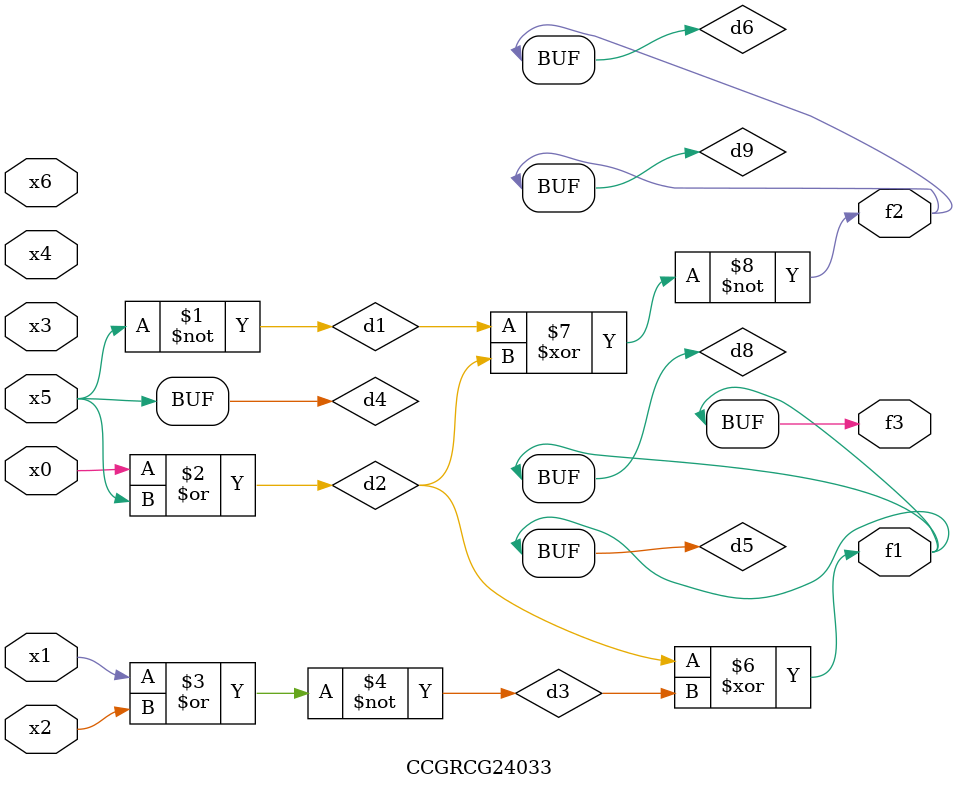
<source format=v>
module CCGRCG24033(
	input x0, x1, x2, x3, x4, x5, x6,
	output f1, f2, f3
);

	wire d1, d2, d3, d4, d5, d6, d7, d8, d9;

	nand (d1, x5);
	or (d2, x0, x5);
	nor (d3, x1, x2);
	xnor (d4, d1);
	xor (d5, d2, d3);
	xnor (d6, d1, d2);
	not (d7, x4);
	buf (d8, d5);
	xor (d9, d6);
	assign f1 = d8;
	assign f2 = d9;
	assign f3 = d8;
endmodule

</source>
